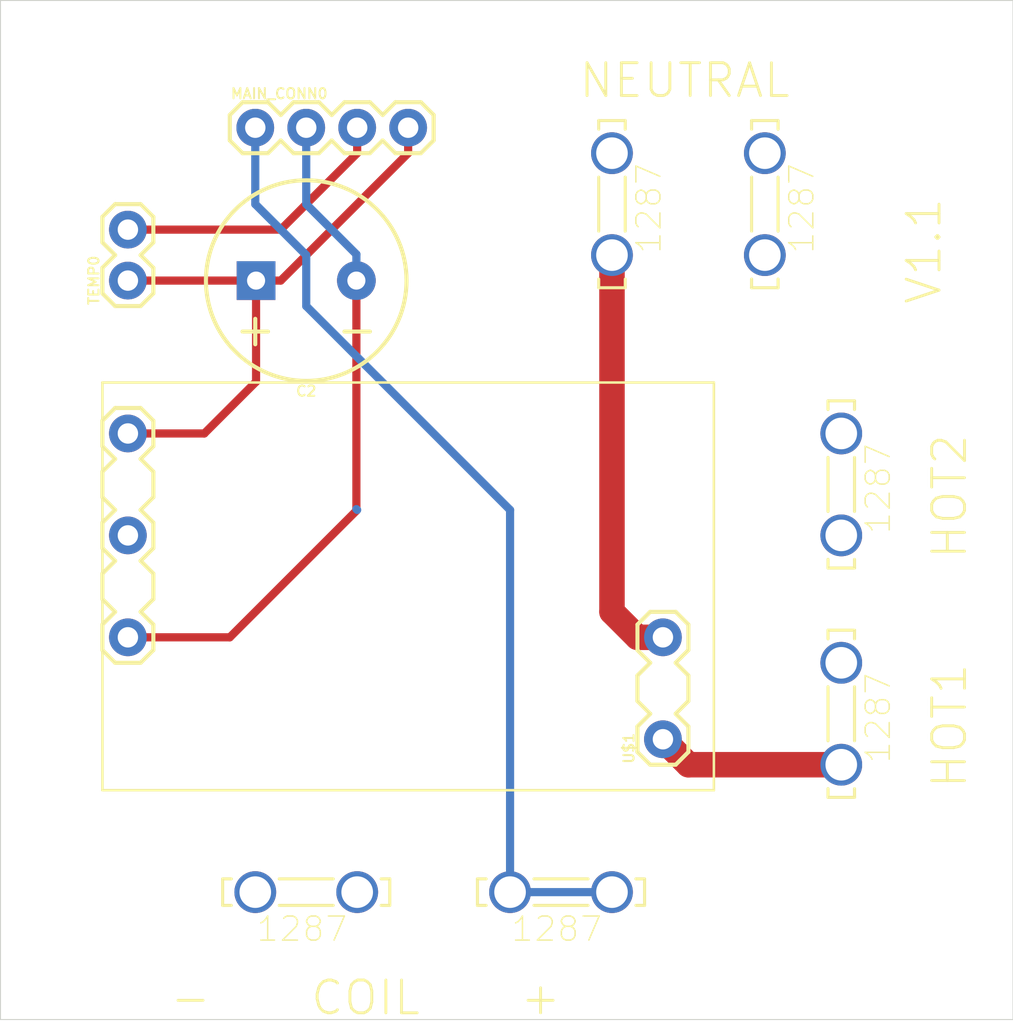
<source format=kicad_pcb>
(kicad_pcb (version 20241229) (generator "pcbnew") (generator_version "9.0")
  (layers (0 "F.Cu" signal) (2 "B.Cu" signal) (13 "F.Paste" user) (15 "B.Paste" user) (5 "F.SilkS" user "F.Silkscreen") (7 "B.SilkS" user "B.Silkscreen") (1 "F.Mask" user) (3 "B.Mask" user) (25 "Edge.Cuts" user))
  (net 0 "")
  (net 1 "NEUTRAL")
  (net 2 "HOT")
  (net 3 "HEAT")
  (net 4 "GND")
  (net 5 "VCC")
  (net 6 "TEMP")
  (footprint "PowerModule:dummyfp0" (layer "F.Cu") (at 168.9861 125.3186)
    (property "Reference" "UNK_HOLE_0" (hide yes))
    (property "Value" "")
    (pad "" np_thru_hole circle (at 0 0) (size 3.400043 3.400043) (drill 3.400043) (layers "*.Cu" "*.Mask"))
  )
  (footprint "PowerModule:CONN_1287_KEY" (layer "F.Cu") (at 165.1761 117.6986 90)
    (property "Reference" "HOT1")
    (property "Value" "1287" (at 0 2.54 90) (layer "F.SilkS") (effects (font (size 1.198372 1.198372) (thickness 0.071628)) (justify left bottom)))
    (fp_line (start 6.7056 -0.6604) (end 6.2738 -0.6604) (stroke (width 0.1524)) (layer "F.SilkS"))
    (fp_line (start 3.8862 -0.6604) (end 1.1938 -0.6604) (stroke (width 0.1524)) (layer "F.SilkS"))
    (fp_line (start -1.1938 -0.6604) (end -1.6256 -0.6604) (stroke (width 0.1524)) (layer "F.SilkS"))
    (fp_line (start -1.6256 -0.6604) (end -1.6256 0.6604) (stroke (width 0.1524)) (layer "F.SilkS"))
    (fp_line (start 6.7056 0.6604) (end 6.7056 -0.6604) (stroke (width 0.1524)) (layer "F.SilkS"))
    (fp_line (start 6.2738 0.6604) (end 6.7056 0.6604) (stroke (width 0.1524)) (layer "F.SilkS"))
    (fp_line (start 1.1938 0.6604) (end 3.8862 0.6604) (stroke (width 0.1524)) (layer "F.SilkS"))
    (fp_line (start -1.6256 0.6604) (end -1.1938 0.6604) (stroke (width 0.1524)) (layer "F.SilkS"))
    (pad "1" thru_hole circle (at 0 0 90) (size 2.0828 2.0828) (drill 1.5748) (layers "*.Cu" "*.Mask") (net 2 "HOT"))
    (pad "2" thru_hole circle (at 5.08 0 90) (size 2.0828 2.0828) (drill 1.5748) (layers "*.Cu" "*.Mask") (net 2 "HOT"))
  )
  (footprint "PowerModule:dummyfp3" (layer "F.Cu") (at 128.3461 84.6786)
    (property "Reference" "UNK_HOLE_3" (hide yes))
    (property "Value" "")
    (pad "" np_thru_hole circle (at 0 0) (size 3.400043 3.400043) (drill 3.400043) (layers "*.Cu" "*.Mask"))
  )
  (footprint "PowerModule:CONN_1287_KEY" (layer "F.Cu") (at 148.6661 124.0486)
    (property "Reference" "COIL_POS0")
    (property "Value" "1287" (at 0 2.54 0) (layer "F.SilkS") (effects (font (size 1.198372 1.198372) (thickness 0.071628)) (justify left bottom)))
    (fp_line (start -1.6256 -0.6604) (end -1.6256 0.6604) (stroke (width 0.1524)) (layer "F.SilkS"))
    (fp_line (start -1.6256 0.6604) (end -1.1938 0.6604) (stroke (width 0.1524)) (layer "F.SilkS"))
    (fp_line (start -1.1938 -0.6604) (end -1.6256 -0.6604) (stroke (width 0.1524)) (layer "F.SilkS"))
    (fp_line (start 1.1938 0.6604) (end 3.8862 0.6604) (stroke (width 0.1524)) (layer "F.SilkS"))
    (fp_line (start 3.8862 -0.6604) (end 1.1938 -0.6604) (stroke (width 0.1524)) (layer "F.SilkS"))
    (fp_line (start 6.2738 0.6604) (end 6.7056 0.6604) (stroke (width 0.1524)) (layer "F.SilkS"))
    (fp_line (start 6.7056 -0.6604) (end 6.2738 -0.6604) (stroke (width 0.1524)) (layer "F.SilkS"))
    (fp_line (start 6.7056 0.6604) (end 6.7056 -0.6604) (stroke (width 0.1524)) (layer "F.SilkS"))
    (pad "1" thru_hole circle (at 0 0) (size 2.0828 2.0828) (drill 1.5748) (layers "*.Cu" "*.Mask") (net 3 "HEAT"))
    (pad "2" thru_hole circle (at 5.08 0) (size 2.0828 2.0828) (drill 1.5748) (layers "*.Cu" "*.Mask") (net 3 "HEAT"))
  )
  (footprint "PowerModule:CPOL-RADIAL-5MM-10MM" (layer "F.Cu") (at 138.5061 93.5686 180)
    (property "Reference" "C2" (at 0 -5.207 0) (layer "F.SilkS") (effects (font (size 0.512064 0.512064) (thickness 0.097536)) (justify top)))
    (property "Value" "1mF")
    (fp_line (start 3.175 -2.54) (end 1.905 -2.54) (stroke (width 0.2032)) (layer "F.SilkS"))
    (fp_line (start 2.54 -3.175) (end 2.54 -1.905) (stroke (width 0.2032)) (layer "F.SilkS"))
    (fp_line (start -1.905 -2.54) (end -3.175 -2.54) (stroke (width 0.2032)) (layer "F.SilkS"))
    (fp_circle (center 0 0) (end 5 0) (stroke (width 0.2032)) (fill no) (layer "F.SilkS"))
    (pad "+" thru_hole rect (at 2.5 0 180) (size 1.9304 1.9304) (drill 0.9) (layers "*.Cu" "*.Mask") (net 5 "VCC"))
    (pad "-" thru_hole circle (at -2.5 0 180) (size 1.9304 1.9304) (drill 0.9) (layers "*.Cu" "*.Mask") (net 4 "GND"))
  )
  (footprint "PowerModule:1X03" (layer "F.Cu") (at 156.2861 116.4286 90)
    (property "Reference" "U$1" (at -1.27 -1.397 90) (layer "F.SilkS") (effects (font (size 0.512064 0.512064) (thickness 0.097536)) (justify left bottom)))
    (property "Value" "3.3V_PSU")
    (fp_line (start 17.78 -27.94) (end 17.78 2.54) (stroke (width 0.127)) (layer "F.SilkS"))
    (fp_line (start 15.875 -27.94) (end 16.51 -27.305) (stroke (width 0.2032)) (layer "F.SilkS"))
    (fp_line (start 14.605 -27.94) (end 15.875 -27.94) (stroke (width 0.2032)) (layer "F.SilkS"))
    (fp_line (start 14.605 -27.94) (end 13.97 -27.305) (stroke (width 0.2032)) (layer "F.SilkS"))
    (fp_line (start 13.335 -27.94) (end 13.97 -27.305) (stroke (width 0.2032)) (layer "F.SilkS"))
    (fp_line (start 12.065 -27.94) (end 13.335 -27.94) (stroke (width 0.2032)) (layer "F.SilkS"))
    (fp_line (start 12.065 -27.94) (end 11.43 -27.305) (stroke (width 0.2032)) (layer "F.SilkS"))
    (fp_line (start 10.795 -27.94) (end 11.43 -27.305) (stroke (width 0.2032)) (layer "F.SilkS"))
    (fp_line (start 9.525 -27.94) (end 10.795 -27.94) (stroke (width 0.2032)) (layer "F.SilkS"))
    (fp_line (start 9.525 -27.94) (end 8.89 -27.305) (stroke (width 0.2032)) (layer "F.SilkS"))
    (fp_line (start 8.255 -27.94) (end 8.89 -27.305) (stroke (width 0.2032)) (layer "F.SilkS"))
    (fp_line (start 6.985 -27.94) (end 8.255 -27.94) (stroke (width 0.2032)) (layer "F.SilkS"))
    (fp_line (start 6.985 -27.94) (end 6.35 -27.305) (stroke (width 0.2032)) (layer "F.SilkS"))
    (fp_line (start 5.715 -27.94) (end 6.35 -27.305) (stroke (width 0.2032)) (layer "F.SilkS"))
    (fp_line (start 4.445 -27.94) (end 5.715 -27.94) (stroke (width 0.2032)) (layer "F.SilkS"))
    (fp_line (start 4.445 -27.94) (end 3.81 -27.305) (stroke (width 0.2032)) (layer "F.SilkS"))
    (fp_line (start -2.54 -27.94) (end 17.78 -27.94) (stroke (width 0.127)) (layer "F.SilkS"))
    (fp_line (start 16.51 -27.305) (end 16.51 -26.035) (stroke (width 0.2032)) (layer "F.SilkS"))
    (fp_line (start 3.81 -27.305) (end 3.81 -26.035) (stroke (width 0.2032)) (layer "F.SilkS"))
    (fp_line (start 16.51 -26.035) (end 15.875 -25.4) (stroke (width 0.2032)) (layer "F.SilkS"))
    (fp_line (start 13.97 -26.035) (end 14.605 -25.4) (stroke (width 0.2032)) (layer "F.SilkS"))
    (fp_line (start 13.97 -26.035) (end 13.335 -25.4) (stroke (width 0.2032)) (layer "F.SilkS"))
    (fp_line (start 11.43 -26.035) (end 12.065 -25.4) (stroke (width 0.2032)) (layer "F.SilkS"))
    (fp_line (start 11.43 -26.035) (end 10.795 -25.4) (stroke (width 0.2032)) (layer "F.SilkS"))
    (fp_line (start 8.89 -26.035) (end 9.525 -25.4) (stroke (width 0.2032)) (layer "F.SilkS"))
    (fp_line (start 8.89 -26.035) (end 8.255 -25.4) (stroke (width 0.2032)) (layer "F.SilkS"))
    (fp_line (start 6.35 -26.035) (end 6.985 -25.4) (stroke (width 0.2032)) (layer "F.SilkS"))
    (fp_line (start 6.35 -26.035) (end 5.715 -25.4) (stroke (width 0.2032)) (layer "F.SilkS"))
    (fp_line (start 3.81 -26.035) (end 4.445 -25.4) (stroke (width 0.2032)) (layer "F.SilkS"))
    (fp_line (start 14.605 -25.4) (end 15.875 -25.4) (stroke (width 0.2032)) (layer "F.SilkS"))
    (fp_line (start 12.065 -25.4) (end 13.335 -25.4) (stroke (width 0.2032)) (layer "F.SilkS"))
    (fp_line (start 9.525 -25.4) (end 10.795 -25.4) (stroke (width 0.2032)) (layer "F.SilkS"))
    (fp_line (start 6.985 -25.4) (end 8.255 -25.4) (stroke (width 0.2032)) (layer "F.SilkS"))
    (fp_line (start 4.445 -25.4) (end 5.715 -25.4) (stroke (width 0.2032)) (layer "F.SilkS"))
    (fp_line (start 5.715 -1.27) (end 6.35 -0.635) (stroke (width 0.2032)) (layer "F.SilkS"))
    (fp_line (start 4.445 -1.27) (end 5.715 -1.27) (stroke (width 0.2032)) (layer "F.SilkS"))
    (fp_line (start 3.175 -1.27) (end 3.81 -0.635) (stroke (width 0.2032)) (layer "F.SilkS"))
    (fp_line (start 1.905 -1.27) (end 3.175 -1.27) (stroke (width 0.2032)) (layer "F.SilkS"))
    (fp_line (start 0.635 -1.27) (end 1.27 -0.635) (stroke (width 0.2032)) (layer "F.SilkS"))
    (fp_line (start -0.635 -1.27) (end 0.635 -1.27) (stroke (width 0.2032)) (layer "F.SilkS"))
    (fp_line (start -0.635 -1.27) (end -1.27 -0.635) (stroke (width 0.2032)) (layer "F.SilkS"))
    (fp_line (start 6.35 -0.635) (end 6.35 0.635) (stroke (width 0.2032)) (layer "F.SilkS"))
    (fp_line (start 3.81 -0.635) (end 4.445 -1.27) (stroke (width 0.2032)) (layer "F.SilkS"))
    (fp_line (start 1.27 -0.635) (end 1.905 -1.27) (stroke (width 0.2032)) (layer "F.SilkS"))
    (fp_line (start -1.27 -0.635) (end -1.27 0.635) (stroke (width 0.2032)) (layer "F.SilkS"))
    (fp_line (start 6.35 0.635) (end 5.715 1.27) (stroke (width 0.2032)) (layer "F.SilkS"))
    (fp_line (start 3.81 0.635) (end 3.175 1.27) (stroke (width 0.2032)) (layer "F.SilkS"))
    (fp_line (start 1.27 0.635) (end 0.635 1.27) (stroke (width 0.2032)) (layer "F.SilkS"))
    (fp_line (start -1.27 0.635) (end -0.635 1.27) (stroke (width 0.2032)) (layer "F.SilkS"))
    (fp_line (start 5.715 1.27) (end 4.445 1.27) (stroke (width 0.2032)) (layer "F.SilkS"))
    (fp_line (start 4.445 1.27) (end 3.81 0.635) (stroke (width 0.2032)) (layer "F.SilkS"))
    (fp_line (start 3.175 1.27) (end 1.905 1.27) (stroke (width 0.2032)) (layer "F.SilkS"))
    (fp_line (start 1.905 1.27) (end 1.27 0.635) (stroke (width 0.2032)) (layer "F.SilkS"))
    (fp_line (start 0.635 1.27) (end -0.635 1.27) (stroke (width 0.2032)) (layer "F.SilkS"))
    (fp_line (start 17.78 2.54) (end -2.54 2.54) (stroke (width 0.127)) (layer "F.SilkS"))
    (fp_line (start -2.54 2.54) (end -2.54 -27.94) (stroke (width 0.127)) (layer "F.SilkS"))
    (pad "5" thru_hole circle (at 10.16 -26.67 180) (size 1.8796 1.8796) (drill 1.016) (layers "*.Cu" "*.Mask"))
    (pad "GND" thru_hole circle (at 5.08 -26.67 180) (size 1.8796 1.8796) (drill 1.016) (layers "*.Cu" "*.Mask") (net 4 "GND"))
    (pad "HOT" thru_hole circle (at 0 0 180) (size 1.8796 1.8796) (drill 1.016) (layers "*.Cu" "*.Mask") (net 2 "HOT"))
    (pad "NEUTRAL" thru_hole circle (at 5.08 0 180) (size 1.8796 1.8796) (drill 1.016) (layers "*.Cu" "*.Mask") (net 1 "NEUTRAL"))
    (pad "VCC" thru_hole circle (at 15.24 -26.67 180) (size 1.8796 1.8796) (drill 1.016) (layers "*.Cu" "*.Mask") (net 5 "VCC"))
  )
  (footprint "PowerModule:dummyfp1" (layer "F.Cu") (at 128.3461 125.3186)
    (property "Reference" "UNK_HOLE_1" (hide yes))
    (property "Value" "")
    (pad "" np_thru_hole circle (at 0 0) (size 3.400043 3.400043) (drill 3.400043) (layers "*.Cu" "*.Mask"))
  )
  (footprint "PowerModule:CONN_1287_KEY" (layer "F.Cu") (at 153.7461 92.2986 90)
    (property "Reference" "NEUTRAL2")
    (property "Value" "1287" (at 0 2.54 90) (layer "F.SilkS") (effects (font (size 1.198372 1.198372) (thickness 0.071628)) (justify left bottom)))
    (fp_line (start 6.7056 -0.6604) (end 6.2738 -0.6604) (stroke (width 0.1524)) (layer "F.SilkS"))
    (fp_line (start 3.8862 -0.6604) (end 1.1938 -0.6604) (stroke (width 0.1524)) (layer "F.SilkS"))
    (fp_line (start -1.1938 -0.6604) (end -1.6256 -0.6604) (stroke (width 0.1524)) (layer "F.SilkS"))
    (fp_line (start -1.6256 -0.6604) (end -1.6256 0.6604) (stroke (width 0.1524)) (layer "F.SilkS"))
    (fp_line (start 6.7056 0.6604) (end 6.7056 -0.6604) (stroke (width 0.1524)) (layer "F.SilkS"))
    (fp_line (start 6.2738 0.6604) (end 6.7056 0.6604) (stroke (width 0.1524)) (layer "F.SilkS"))
    (fp_line (start 1.1938 0.6604) (end 3.8862 0.6604) (stroke (width 0.1524)) (layer "F.SilkS"))
    (fp_line (start -1.6256 0.6604) (end -1.1938 0.6604) (stroke (width 0.1524)) (layer "F.SilkS"))
    (pad "1" thru_hole circle (at 0 0 90) (size 2.0828 2.0828) (drill 1.5748) (layers "*.Cu" "*.Mask") (net 1 "NEUTRAL"))
    (pad "2" thru_hole circle (at 5.08 0 90) (size 2.0828 2.0828) (drill 1.5748) (layers "*.Cu" "*.Mask") (net 1 "NEUTRAL"))
  )
  (footprint "PowerModule:CONN_1287_KEY" (layer "F.Cu") (at 135.9661 124.0486)
    (property "Reference" "COIL_NEG0")
    (property "Value" "1287" (at 0 2.54 0) (layer "F.SilkS") (effects (font (size 1.198372 1.198372) (thickness 0.071628)) (justify left bottom)))
    (fp_line (start -1.6256 -0.6604) (end -1.6256 0.6604) (stroke (width 0.1524)) (layer "F.SilkS"))
    (fp_line (start -1.6256 0.6604) (end -1.1938 0.6604) (stroke (width 0.1524)) (layer "F.SilkS"))
    (fp_line (start -1.1938 -0.6604) (end -1.6256 -0.6604) (stroke (width 0.1524)) (layer "F.SilkS"))
    (fp_line (start 1.1938 0.6604) (end 3.8862 0.6604) (stroke (width 0.1524)) (layer "F.SilkS"))
    (fp_line (start 3.8862 -0.6604) (end 1.1938 -0.6604) (stroke (width 0.1524)) (layer "F.SilkS"))
    (fp_line (start 6.2738 0.6604) (end 6.7056 0.6604) (stroke (width 0.1524)) (layer "F.SilkS"))
    (fp_line (start 6.7056 -0.6604) (end 6.2738 -0.6604) (stroke (width 0.1524)) (layer "F.SilkS"))
    (fp_line (start 6.7056 0.6604) (end 6.7056 -0.6604) (stroke (width 0.1524)) (layer "F.SilkS"))
    (pad "1" thru_hole circle (at 0 0) (size 2.0828 2.0828) (drill 1.5748) (layers "*.Cu" "*.Mask") (net 4 "GND"))
    (pad "2" thru_hole circle (at 5.08 0) (size 2.0828 2.0828) (drill 1.5748) (layers "*.Cu" "*.Mask") (net 4 "GND"))
  )
  (footprint "PowerModule:1X02" (layer "F.Cu") (at 129.6161 93.5686 90)
    (property "Reference" "TEMP0" (at -1.27 -1.397 90) (layer "F.SilkS") (effects (font (size 0.512064 0.512064) (thickness 0.097536)) (justify left bottom)))
    (property "Value" "")
    (fp_line (start 3.175 -1.27) (end 3.81 -0.635) (stroke (width 0.2032)) (layer "F.SilkS"))
    (fp_line (start 1.905 -1.27) (end 3.175 -1.27) (stroke (width 0.2032)) (layer "F.SilkS"))
    (fp_line (start 0.635 -1.27) (end 1.27 -0.635) (stroke (width 0.2032)) (layer "F.SilkS"))
    (fp_line (start -0.635 -1.27) (end 0.635 -1.27) (stroke (width 0.2032)) (layer "F.SilkS"))
    (fp_line (start -0.635 -1.27) (end -1.27 -0.635) (stroke (width 0.2032)) (layer "F.SilkS"))
    (fp_line (start 3.81 -0.635) (end 3.81 0.635) (stroke (width 0.2032)) (layer "F.SilkS"))
    (fp_line (start 1.27 -0.635) (end 1.905 -1.27) (stroke (width 0.2032)) (layer "F.SilkS"))
    (fp_line (start -1.27 -0.635) (end -1.27 0.635) (stroke (width 0.2032)) (layer "F.SilkS"))
    (fp_line (start 3.81 0.635) (end 3.175 1.27) (stroke (width 0.2032)) (layer "F.SilkS"))
    (fp_line (start 1.27 0.635) (end 0.635 1.27) (stroke (width 0.2032)) (layer "F.SilkS"))
    (fp_line (start -1.27 0.635) (end -0.635 1.27) (stroke (width 0.2032)) (layer "F.SilkS"))
    (fp_line (start 3.175 1.27) (end 1.905 1.27) (stroke (width 0.2032)) (layer "F.SilkS"))
    (fp_line (start 1.905 1.27) (end 1.27 0.635) (stroke (width 0.2032)) (layer "F.SilkS"))
    (fp_line (start 0.635 1.27) (end -0.635 1.27) (stroke (width 0.2032)) (layer "F.SilkS"))
    (pad "1" thru_hole circle (at 0 0 180) (size 1.8796 1.8796) (drill 1.016) (layers "*.Cu" "*.Mask") (net 5 "VCC"))
    (pad "2" thru_hole circle (at 2.54 0 180) (size 1.8796 1.8796) (drill 1.016) (layers "*.Cu" "*.Mask") (net 6 "TEMP"))
  )
  (footprint "PowerModule:CONN_1287_KEY" (layer "F.Cu") (at 165.1761 106.2686 90)
    (property "Reference" "HOT2")
    (property "Value" "1287" (at 0 2.54 90) (layer "F.SilkS") (effects (font (size 1.198372 1.198372) (thickness 0.071628)) (justify left bottom)))
    (fp_line (start 6.7056 -0.6604) (end 6.2738 -0.6604) (stroke (width 0.1524)) (layer "F.SilkS"))
    (fp_line (start 3.8862 -0.6604) (end 1.1938 -0.6604) (stroke (width 0.1524)) (layer "F.SilkS"))
    (fp_line (start -1.1938 -0.6604) (end -1.6256 -0.6604) (stroke (width 0.1524)) (layer "F.SilkS"))
    (fp_line (start -1.6256 -0.6604) (end -1.6256 0.6604) (stroke (width 0.1524)) (layer "F.SilkS"))
    (fp_line (start 6.7056 0.6604) (end 6.7056 -0.6604) (stroke (width 0.1524)) (layer "F.SilkS"))
    (fp_line (start 6.2738 0.6604) (end 6.7056 0.6604) (stroke (width 0.1524)) (layer "F.SilkS"))
    (fp_line (start 1.1938 0.6604) (end 3.8862 0.6604) (stroke (width 0.1524)) (layer "F.SilkS"))
    (fp_line (start -1.6256 0.6604) (end -1.1938 0.6604) (stroke (width 0.1524)) (layer "F.SilkS"))
    (pad "1" thru_hole circle (at 0 0 90) (size 2.0828 2.0828) (drill 1.5748) (layers "*.Cu" "*.Mask") (net 2 "HOT"))
    (pad "2" thru_hole circle (at 5.08 0 90) (size 2.0828 2.0828) (drill 1.5748) (layers "*.Cu" "*.Mask") (net 2 "HOT"))
  )
  (footprint "PowerModule:CONN_1287_KEY" (layer "F.Cu") (at 161.3661 92.2986 90)
    (property "Reference" "NEUTRAL1")
    (property "Value" "1287" (at 0 2.54 90) (layer "F.SilkS") (effects (font (size 1.198372 1.198372) (thickness 0.071628)) (justify left bottom)))
    (fp_line (start 6.7056 -0.6604) (end 6.2738 -0.6604) (stroke (width 0.1524)) (layer "F.SilkS"))
    (fp_line (start 3.8862 -0.6604) (end 1.1938 -0.6604) (stroke (width 0.1524)) (layer "F.SilkS"))
    (fp_line (start -1.1938 -0.6604) (end -1.6256 -0.6604) (stroke (width 0.1524)) (layer "F.SilkS"))
    (fp_line (start -1.6256 -0.6604) (end -1.6256 0.6604) (stroke (width 0.1524)) (layer "F.SilkS"))
    (fp_line (start 6.7056 0.6604) (end 6.7056 -0.6604) (stroke (width 0.1524)) (layer "F.SilkS"))
    (fp_line (start 6.2738 0.6604) (end 6.7056 0.6604) (stroke (width 0.1524)) (layer "F.SilkS"))
    (fp_line (start 1.1938 0.6604) (end 3.8862 0.6604) (stroke (width 0.1524)) (layer "F.SilkS"))
    (fp_line (start -1.6256 0.6604) (end -1.1938 0.6604) (stroke (width 0.1524)) (layer "F.SilkS"))
    (pad "1" thru_hole circle (at 0 0 90) (size 2.0828 2.0828) (drill 1.5748) (layers "*.Cu" "*.Mask") (net 1 "NEUTRAL"))
    (pad "2" thru_hole circle (at 5.08 0 90) (size 2.0828 2.0828) (drill 1.5748) (layers "*.Cu" "*.Mask") (net 1 "NEUTRAL"))
  )
  (footprint "PowerModule:dummyfp2" (layer "F.Cu") (at 168.9861 84.6786)
    (property "Reference" "UNK_HOLE_2" (hide yes))
    (property "Value" "")
    (pad "" np_thru_hole circle (at 0 0) (size 3.400043 3.400043) (drill 3.400043) (layers "*.Cu" "*.Mask"))
  )
  (footprint "PowerModule:1X04" (layer "F.Cu") (at 135.9661 85.9486)
    (property "Reference" "MAIN_CONN0" (at -1.27 -1.397 0) (layer "F.SilkS") (effects (font (size 0.512064 0.512064) (thickness 0.097536)) (justify left bottom)))
    (property "Value" "")
    (fp_line (start -1.27 -0.635) (end -1.27 0.635) (stroke (width 0.2032)) (layer "F.SilkS"))
    (fp_line (start -1.27 0.635) (end -0.635 1.27) (stroke (width 0.2032)) (layer "F.SilkS"))
    (fp_line (start -0.635 -1.27) (end -1.27 -0.635) (stroke (width 0.2032)) (layer "F.SilkS"))
    (fp_line (start -0.635 -1.27) (end 0.635 -1.27) (stroke (width 0.2032)) (layer "F.SilkS"))
    (fp_line (start 0.635 -1.27) (end 1.27 -0.635) (stroke (width 0.2032)) (layer "F.SilkS"))
    (fp_line (start 0.635 1.27) (end -0.635 1.27) (stroke (width 0.2032)) (layer "F.SilkS"))
    (fp_line (start 1.27 -0.635) (end 1.905 -1.27) (stroke (width 0.2032)) (layer "F.SilkS"))
    (fp_line (start 1.27 0.635) (end 0.635 1.27) (stroke (width 0.2032)) (layer "F.SilkS"))
    (fp_line (start 1.905 -1.27) (end 3.175 -1.27) (stroke (width 0.2032)) (layer "F.SilkS"))
    (fp_line (start 1.905 1.27) (end 1.27 0.635) (stroke (width 0.2032)) (layer "F.SilkS"))
    (fp_line (start 3.175 -1.27) (end 3.81 -0.635) (stroke (width 0.2032)) (layer "F.SilkS"))
    (fp_line (start 3.175 1.27) (end 1.905 1.27) (stroke (width 0.2032)) (layer "F.SilkS"))
    (fp_line (start 3.81 -0.635) (end 4.445 -1.27) (stroke (width 0.2032)) (layer "F.SilkS"))
    (fp_line (start 3.81 0.635) (end 3.175 1.27) (stroke (width 0.2032)) (layer "F.SilkS"))
    (fp_line (start 4.445 -1.27) (end 5.715 -1.27) (stroke (width 0.2032)) (layer "F.SilkS"))
    (fp_line (start 4.445 1.27) (end 3.81 0.635) (stroke (width 0.2032)) (layer "F.SilkS"))
    (fp_line (start 5.715 -1.27) (end 6.35 -0.635) (stroke (width 0.2032)) (layer "F.SilkS"))
    (fp_line (start 5.715 1.27) (end 4.445 1.27) (stroke (width 0.2032)) (layer "F.SilkS"))
    (fp_line (start 6.35 0.635) (end 5.715 1.27) (stroke (width 0.2032)) (layer "F.SilkS"))
    (fp_line (start 6.35 0.635) (end 6.985 1.27) (stroke (width 0.2032)) (layer "F.SilkS"))
    (fp_line (start 6.985 -1.27) (end 6.35 -0.635) (stroke (width 0.2032)) (layer "F.SilkS"))
    (fp_line (start 6.985 -1.27) (end 8.255 -1.27) (stroke (width 0.2032)) (layer "F.SilkS"))
    (fp_line (start 8.255 -1.27) (end 8.89 -0.635) (stroke (width 0.2032)) (layer "F.SilkS"))
    (fp_line (start 8.255 1.27) (end 6.985 1.27) (stroke (width 0.2032)) (layer "F.SilkS"))
    (fp_line (start 8.89 -0.635) (end 8.89 0.635) (stroke (width 0.2032)) (layer "F.SilkS"))
    (fp_line (start 8.89 0.635) (end 8.255 1.27) (stroke (width 0.2032)) (layer "F.SilkS"))
    (pad "1" thru_hole circle (at 0 0 90) (size 1.8796 1.8796) (drill 1.016) (layers "*.Cu" "*.Mask") (net 3 "HEAT"))
    (pad "2" thru_hole circle (at 2.54 0 90) (size 1.8796 1.8796) (drill 1.016) (layers "*.Cu" "*.Mask") (net 4 "GND"))
    (pad "3" thru_hole circle (at 5.08 0 90) (size 1.8796 1.8796) (drill 1.016) (layers "*.Cu" "*.Mask") (net 6 "TEMP"))
    (pad "4" thru_hole circle (at 7.62 0 90) (size 1.8796 1.8796) (drill 1.016) (layers "*.Cu" "*.Mask") (net 5 "VCC"))
  )
  (gr_line (start 173.7361 79.6086) (end 123.2661 79.6086) (stroke (width 0.05)) (layer "Edge.Cuts"))
  (gr_line (start 123.2661 79.6086) (end 123.2661 130.3986) (stroke (width 0.05)) (layer "Edge.Cuts"))
  (gr_line (start 173.7361 130.3986) (end 173.7361 79.6086) (stroke (width 0.05)) (layer "Edge.Cuts"))
  (gr_line (start 123.2661 130.3986) (end 173.7361 130.3986) (stroke (width 0.05)) (layer "Edge.Cuts"))
  (gr_text "NEUTRAL" (at 152.020933 84.551702 0) (layer "F.SilkS") (effects (font (size 1.63576 1.63576) (thickness 0.14224)) (justify left bottom)))
  (gr_text "-    COIL    +" (at 131.633201 130.271702 0) (layer "F.SilkS") (effects (font (size 1.63576 1.63576) (thickness 0.14224)) (justify left bottom)))
  (gr_text "V1.1" (at 170.2561 94.8386 90) (layer "F.SilkS") (effects (font (size 1.63576 1.63576) (thickness 0.14224)) (justify left bottom)))
  (gr_text "HOT1" (at 171.5261 118.9686 90) (layer "F.SilkS") (effects (font (size 1.63576 1.63576) (thickness 0.14224)) (justify left bottom)))
  (gr_text "HOT2" (at 171.5261 107.5386 90) (layer "F.SilkS") (effects (font (size 1.63576 1.63576) (thickness 0.14224)) (justify left bottom)))
  (segment (start 153.7461 92.2986) (end 153.7461 110.0786) (width 1.27) (layer "F.Cu") (net 1))
  (segment (start 155.0161 111.3486) (end 156.2861 111.3486) (width 1.27) (layer "F.Cu") (net 1))
  (segment (start 153.7461 110.0786) (end 155.0161 111.3486) (width 1.27) (layer "F.Cu") (net 1))
  (segment (start 165.1761 117.6986) (end 157.5561 117.6986) (width 1.27) (layer "F.Cu") (net 2))
  (segment (start 157.5561 117.6986) (end 156.2861 116.4286) (width 1.27) (layer "F.Cu") (net 2))
  (segment (start 138.5061 92.2986) (end 135.9661 89.7586) (width 0.4064) (layer "B.Cu") (net 3))
  (segment (start 153.7461 124.0486) (end 148.6661 124.0486) (width 0.4064) (layer "B.Cu") (net 3))
  (segment (start 148.6661 104.9986) (end 138.5061 94.8386) (width 0.4064) (layer "B.Cu") (net 3))
  (segment (start 148.6661 124.0486) (end 148.6661 104.9986) (width 0.4064) (layer "B.Cu") (net 3))
  (segment (start 138.5061 94.8386) (end 138.5061 92.2986) (width 0.4064) (layer "B.Cu") (net 3))
  (segment (start 135.9661 89.7586) (end 135.9661 85.9486) (width 0.4064) (layer "B.Cu") (net 3))
  (segment (start 141.0061 93.5686) (end 141.0061 105.0386) (width 0.4064) (layer "F.Cu") (net 4))
  (segment (start 141.0061 105.0386) (end 134.6961 111.3486) (width 0.4064) (layer "F.Cu") (net 4))
  (segment (start 134.6961 111.3486) (end 129.6161 111.3486) (width 0.4064) (layer "F.Cu") (net 4))
  (segment (start 138.5061 89.7586) (end 138.5061 85.9486) (width 0.4064) (layer "B.Cu") (net 4))
  (segment (start 141.0061 92.2586) (end 138.5061 89.7586) (width 0.4064) (layer "B.Cu") (net 4))
  (segment (start 141.0061 104.9586) (end 141.0461 104.9986) (width 0.4064) (layer "B.Cu") (net 4))
  (segment (start 141.0061 93.5686) (end 141.0061 92.2586) (width 0.4064) (layer "B.Cu") (net 4))
  (segment (start 137.2361 93.5686) (end 143.5861 87.2186) (width 0.4064) (layer "F.Cu") (net 5))
  (segment (start 136.0061 98.6086) (end 133.4261 101.1886) (width 0.4064) (layer "F.Cu") (net 5))
  (segment (start 136.0061 93.5686) (end 136.0061 98.6086) (width 0.4064) (layer "F.Cu") (net 5))
  (segment (start 133.4261 101.1886) (end 129.6161 101.1886) (width 0.4064) (layer "F.Cu") (net 5))
  (segment (start 136.0061 93.5686) (end 137.2361 93.5686) (width 0.4064) (layer "F.Cu") (net 5))
  (segment (start 136.0061 93.5686) (end 129.6161 93.5686) (width 0.4064) (layer "F.Cu") (net 5))
  (segment (start 143.5861 87.2186) (end 143.5861 85.9486) (width 0.4064) (layer "F.Cu") (net 5))
  (segment (start 141.0461 87.2186) (end 137.2361 91.0286) (width 0.4064) (layer "F.Cu") (net 6))
  (segment (start 137.2361 91.0286) (end 129.6161 91.0286) (width 0.4064) (layer "F.Cu") (net 6))
  (segment (start 141.0461 85.9486) (end 141.0461 87.2186) (width 0.4064) (layer "F.Cu") (net 6))
)
</source>
